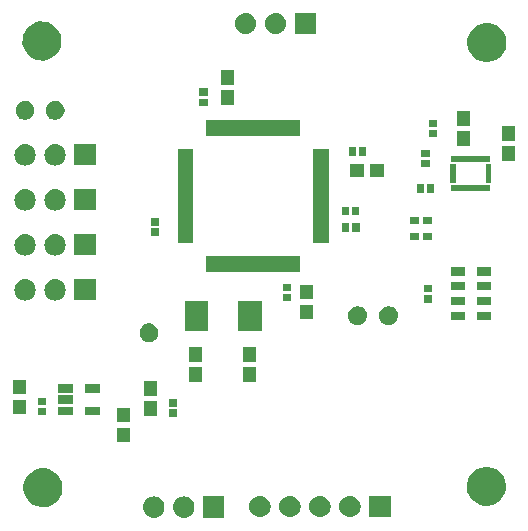
<source format=gts>
G04 #@! TF.FileFunction,Soldermask,Top*
%FSLAX46Y46*%
G04 Gerber Fmt 4.6, Leading zero omitted, Abs format (unit mm)*
G04 Created by KiCad (PCBNEW 4.0.7) date 12/16/19 01:30:10*
%MOMM*%
%LPD*%
G01*
G04 APERTURE LIST*
%ADD10C,0.100000*%
G04 APERTURE END LIST*
D10*
G36*
X128586078Y-136483232D02*
X128586090Y-136483236D01*
X128586131Y-136483240D01*
X128754074Y-136535227D01*
X128908721Y-136618844D01*
X129044181Y-136730907D01*
X129155295Y-136867146D01*
X129237831Y-137022373D01*
X129288644Y-137190675D01*
X129305800Y-137365641D01*
X129305800Y-137374359D01*
X129305712Y-137386936D01*
X129286115Y-137561646D01*
X129232957Y-137729222D01*
X129148262Y-137883281D01*
X129035257Y-138017956D01*
X128898245Y-138128116D01*
X128742446Y-138209566D01*
X128573793Y-138259203D01*
X128573764Y-138259206D01*
X128573749Y-138259210D01*
X128398712Y-138275139D01*
X128223922Y-138256768D01*
X128223910Y-138256764D01*
X128223869Y-138256760D01*
X128055926Y-138204773D01*
X127901279Y-138121156D01*
X127765819Y-138009093D01*
X127654705Y-137872854D01*
X127572169Y-137717627D01*
X127521356Y-137549325D01*
X127504200Y-137374359D01*
X127504200Y-137365641D01*
X127504288Y-137353064D01*
X127523885Y-137178354D01*
X127577043Y-137010778D01*
X127661738Y-136856719D01*
X127774743Y-136722044D01*
X127911755Y-136611884D01*
X128067554Y-136530434D01*
X128236207Y-136480797D01*
X128236236Y-136480794D01*
X128236251Y-136480790D01*
X128411288Y-136464861D01*
X128586078Y-136483232D01*
X128586078Y-136483232D01*
G37*
G36*
X131126078Y-136483232D02*
X131126090Y-136483236D01*
X131126131Y-136483240D01*
X131294074Y-136535227D01*
X131448721Y-136618844D01*
X131584181Y-136730907D01*
X131695295Y-136867146D01*
X131777831Y-137022373D01*
X131828644Y-137190675D01*
X131845800Y-137365641D01*
X131845800Y-137374359D01*
X131845712Y-137386936D01*
X131826115Y-137561646D01*
X131772957Y-137729222D01*
X131688262Y-137883281D01*
X131575257Y-138017956D01*
X131438245Y-138128116D01*
X131282446Y-138209566D01*
X131113793Y-138259203D01*
X131113764Y-138259206D01*
X131113749Y-138259210D01*
X130938712Y-138275139D01*
X130763922Y-138256768D01*
X130763910Y-138256764D01*
X130763869Y-138256760D01*
X130595926Y-138204773D01*
X130441279Y-138121156D01*
X130305819Y-138009093D01*
X130194705Y-137872854D01*
X130112169Y-137717627D01*
X130061356Y-137549325D01*
X130044200Y-137374359D01*
X130044200Y-137365641D01*
X130044288Y-137353064D01*
X130063885Y-137178354D01*
X130117043Y-137010778D01*
X130201738Y-136856719D01*
X130314743Y-136722044D01*
X130451755Y-136611884D01*
X130607554Y-136530434D01*
X130776207Y-136480797D01*
X130776236Y-136480794D01*
X130776251Y-136480790D01*
X130951288Y-136464861D01*
X131126078Y-136483232D01*
X131126078Y-136483232D01*
G37*
G36*
X134385800Y-138270800D02*
X132584200Y-138270800D01*
X132584200Y-136469200D01*
X134385800Y-136469200D01*
X134385800Y-138270800D01*
X134385800Y-138270800D01*
G37*
G36*
X137571078Y-136438232D02*
X137571090Y-136438236D01*
X137571131Y-136438240D01*
X137739074Y-136490227D01*
X137893721Y-136573844D01*
X138029181Y-136685907D01*
X138140295Y-136822146D01*
X138222831Y-136977373D01*
X138273644Y-137145675D01*
X138290800Y-137320641D01*
X138290800Y-137329359D01*
X138290712Y-137341936D01*
X138271115Y-137516646D01*
X138217957Y-137684222D01*
X138133262Y-137838281D01*
X138020257Y-137972956D01*
X137883245Y-138083116D01*
X137727446Y-138164566D01*
X137558793Y-138214203D01*
X137558764Y-138214206D01*
X137558749Y-138214210D01*
X137383712Y-138230139D01*
X137208922Y-138211768D01*
X137208910Y-138211764D01*
X137208869Y-138211760D01*
X137040926Y-138159773D01*
X136886279Y-138076156D01*
X136750819Y-137964093D01*
X136639705Y-137827854D01*
X136557169Y-137672627D01*
X136506356Y-137504325D01*
X136489200Y-137329359D01*
X136489200Y-137320641D01*
X136489288Y-137308064D01*
X136508885Y-137133354D01*
X136562043Y-136965778D01*
X136646738Y-136811719D01*
X136759743Y-136677044D01*
X136896755Y-136566884D01*
X137052554Y-136485434D01*
X137221207Y-136435797D01*
X137221236Y-136435794D01*
X137221251Y-136435790D01*
X137396288Y-136419861D01*
X137571078Y-136438232D01*
X137571078Y-136438232D01*
G37*
G36*
X145191078Y-136438232D02*
X145191090Y-136438236D01*
X145191131Y-136438240D01*
X145359074Y-136490227D01*
X145513721Y-136573844D01*
X145649181Y-136685907D01*
X145760295Y-136822146D01*
X145842831Y-136977373D01*
X145893644Y-137145675D01*
X145910800Y-137320641D01*
X145910800Y-137329359D01*
X145910712Y-137341936D01*
X145891115Y-137516646D01*
X145837957Y-137684222D01*
X145753262Y-137838281D01*
X145640257Y-137972956D01*
X145503245Y-138083116D01*
X145347446Y-138164566D01*
X145178793Y-138214203D01*
X145178764Y-138214206D01*
X145178749Y-138214210D01*
X145003712Y-138230139D01*
X144828922Y-138211768D01*
X144828910Y-138211764D01*
X144828869Y-138211760D01*
X144660926Y-138159773D01*
X144506279Y-138076156D01*
X144370819Y-137964093D01*
X144259705Y-137827854D01*
X144177169Y-137672627D01*
X144126356Y-137504325D01*
X144109200Y-137329359D01*
X144109200Y-137320641D01*
X144109288Y-137308064D01*
X144128885Y-137133354D01*
X144182043Y-136965778D01*
X144266738Y-136811719D01*
X144379743Y-136677044D01*
X144516755Y-136566884D01*
X144672554Y-136485434D01*
X144841207Y-136435797D01*
X144841236Y-136435794D01*
X144841251Y-136435790D01*
X145016288Y-136419861D01*
X145191078Y-136438232D01*
X145191078Y-136438232D01*
G37*
G36*
X140111078Y-136438232D02*
X140111090Y-136438236D01*
X140111131Y-136438240D01*
X140279074Y-136490227D01*
X140433721Y-136573844D01*
X140569181Y-136685907D01*
X140680295Y-136822146D01*
X140762831Y-136977373D01*
X140813644Y-137145675D01*
X140830800Y-137320641D01*
X140830800Y-137329359D01*
X140830712Y-137341936D01*
X140811115Y-137516646D01*
X140757957Y-137684222D01*
X140673262Y-137838281D01*
X140560257Y-137972956D01*
X140423245Y-138083116D01*
X140267446Y-138164566D01*
X140098793Y-138214203D01*
X140098764Y-138214206D01*
X140098749Y-138214210D01*
X139923712Y-138230139D01*
X139748922Y-138211768D01*
X139748910Y-138211764D01*
X139748869Y-138211760D01*
X139580926Y-138159773D01*
X139426279Y-138076156D01*
X139290819Y-137964093D01*
X139179705Y-137827854D01*
X139097169Y-137672627D01*
X139046356Y-137504325D01*
X139029200Y-137329359D01*
X139029200Y-137320641D01*
X139029288Y-137308064D01*
X139048885Y-137133354D01*
X139102043Y-136965778D01*
X139186738Y-136811719D01*
X139299743Y-136677044D01*
X139436755Y-136566884D01*
X139592554Y-136485434D01*
X139761207Y-136435797D01*
X139761236Y-136435794D01*
X139761251Y-136435790D01*
X139936288Y-136419861D01*
X140111078Y-136438232D01*
X140111078Y-136438232D01*
G37*
G36*
X142651078Y-136438232D02*
X142651090Y-136438236D01*
X142651131Y-136438240D01*
X142819074Y-136490227D01*
X142973721Y-136573844D01*
X143109181Y-136685907D01*
X143220295Y-136822146D01*
X143302831Y-136977373D01*
X143353644Y-137145675D01*
X143370800Y-137320641D01*
X143370800Y-137329359D01*
X143370712Y-137341936D01*
X143351115Y-137516646D01*
X143297957Y-137684222D01*
X143213262Y-137838281D01*
X143100257Y-137972956D01*
X142963245Y-138083116D01*
X142807446Y-138164566D01*
X142638793Y-138214203D01*
X142638764Y-138214206D01*
X142638749Y-138214210D01*
X142463712Y-138230139D01*
X142288922Y-138211768D01*
X142288910Y-138211764D01*
X142288869Y-138211760D01*
X142120926Y-138159773D01*
X141966279Y-138076156D01*
X141830819Y-137964093D01*
X141719705Y-137827854D01*
X141637169Y-137672627D01*
X141586356Y-137504325D01*
X141569200Y-137329359D01*
X141569200Y-137320641D01*
X141569288Y-137308064D01*
X141588885Y-137133354D01*
X141642043Y-136965778D01*
X141726738Y-136811719D01*
X141839743Y-136677044D01*
X141976755Y-136566884D01*
X142132554Y-136485434D01*
X142301207Y-136435797D01*
X142301236Y-136435794D01*
X142301251Y-136435790D01*
X142476288Y-136419861D01*
X142651078Y-136438232D01*
X142651078Y-136438232D01*
G37*
G36*
X148450800Y-138225800D02*
X146649200Y-138225800D01*
X146649200Y-136424200D01*
X148450800Y-136424200D01*
X148450800Y-138225800D01*
X148450800Y-138225800D01*
G37*
G36*
X119193390Y-134090297D02*
X119510518Y-134155394D01*
X119808963Y-134280849D01*
X120077352Y-134461880D01*
X120305471Y-134691598D01*
X120484622Y-134961241D01*
X120607992Y-135260560D01*
X120670804Y-135577781D01*
X120670804Y-135577792D01*
X120670871Y-135578131D01*
X120665708Y-135947901D01*
X120665631Y-135948239D01*
X120665631Y-135948249D01*
X120593986Y-136263595D01*
X120462310Y-136559344D01*
X120275696Y-136823886D01*
X120041252Y-137047145D01*
X119767909Y-137220614D01*
X119466084Y-137337683D01*
X119147261Y-137393901D01*
X118823593Y-137387121D01*
X118507405Y-137317603D01*
X118210743Y-137187994D01*
X117944905Y-137003232D01*
X117720018Y-136770354D01*
X117544645Y-136498230D01*
X117425468Y-136197222D01*
X117367028Y-135878806D01*
X117371548Y-135555095D01*
X117438857Y-135238432D01*
X117566391Y-134940873D01*
X117749293Y-134673751D01*
X117980595Y-134447243D01*
X118251490Y-134269975D01*
X118551654Y-134148700D01*
X118869661Y-134088038D01*
X119193390Y-134090297D01*
X119193390Y-134090297D01*
G37*
G36*
X156733390Y-133970297D02*
X157050518Y-134035394D01*
X157348963Y-134160849D01*
X157617352Y-134341880D01*
X157845471Y-134571598D01*
X158024622Y-134841241D01*
X158147992Y-135140560D01*
X158210804Y-135457781D01*
X158210804Y-135457792D01*
X158210871Y-135458131D01*
X158205708Y-135827901D01*
X158205631Y-135828239D01*
X158205631Y-135828249D01*
X158133986Y-136143595D01*
X158002310Y-136439344D01*
X157815696Y-136703886D01*
X157581252Y-136927145D01*
X157307909Y-137100614D01*
X157006084Y-137217683D01*
X156687261Y-137273901D01*
X156363593Y-137267121D01*
X156047405Y-137197603D01*
X155750743Y-137067994D01*
X155484905Y-136883232D01*
X155260018Y-136650354D01*
X155084645Y-136378230D01*
X154965468Y-136077222D01*
X154907028Y-135758806D01*
X154911548Y-135435095D01*
X154978857Y-135118432D01*
X155106391Y-134820873D01*
X155289293Y-134553751D01*
X155520595Y-134327243D01*
X155791490Y-134149975D01*
X156091654Y-134028700D01*
X156409661Y-133968038D01*
X156733390Y-133970297D01*
X156733390Y-133970297D01*
G37*
G36*
X126375800Y-131900800D02*
X125274200Y-131900800D01*
X125274200Y-130699200D01*
X126375800Y-130699200D01*
X126375800Y-131900800D01*
X126375800Y-131900800D01*
G37*
G36*
X126375800Y-130200800D02*
X125274200Y-130200800D01*
X125274200Y-128999200D01*
X126375800Y-128999200D01*
X126375800Y-130200800D01*
X126375800Y-130200800D01*
G37*
G36*
X130375800Y-129750800D02*
X129674200Y-129750800D01*
X129674200Y-129109200D01*
X130375800Y-129109200D01*
X130375800Y-129750800D01*
X130375800Y-129750800D01*
G37*
G36*
X128700800Y-129625800D02*
X127599200Y-129625800D01*
X127599200Y-128424200D01*
X128700800Y-128424200D01*
X128700800Y-129625800D01*
X128700800Y-129625800D01*
G37*
G36*
X119275800Y-129600800D02*
X118574200Y-129600800D01*
X118574200Y-128959200D01*
X119275800Y-128959200D01*
X119275800Y-129600800D01*
X119275800Y-129600800D01*
G37*
G36*
X121575800Y-129575800D02*
X120274200Y-129575800D01*
X120274200Y-128874200D01*
X121575800Y-128874200D01*
X121575800Y-129575800D01*
X121575800Y-129575800D01*
G37*
G36*
X123875800Y-129575800D02*
X122574200Y-129575800D01*
X122574200Y-128874200D01*
X123875800Y-128874200D01*
X123875800Y-129575800D01*
X123875800Y-129575800D01*
G37*
G36*
X117600800Y-129525800D02*
X116499200Y-129525800D01*
X116499200Y-128324200D01*
X117600800Y-128324200D01*
X117600800Y-129525800D01*
X117600800Y-129525800D01*
G37*
G36*
X130375800Y-128890800D02*
X129674200Y-128890800D01*
X129674200Y-128249200D01*
X130375800Y-128249200D01*
X130375800Y-128890800D01*
X130375800Y-128890800D01*
G37*
G36*
X119275800Y-128740800D02*
X118574200Y-128740800D01*
X118574200Y-128099200D01*
X119275800Y-128099200D01*
X119275800Y-128740800D01*
X119275800Y-128740800D01*
G37*
G36*
X121575800Y-128625800D02*
X120274200Y-128625800D01*
X120274200Y-127924200D01*
X121575800Y-127924200D01*
X121575800Y-128625800D01*
X121575800Y-128625800D01*
G37*
G36*
X128700800Y-127925800D02*
X127599200Y-127925800D01*
X127599200Y-126724200D01*
X128700800Y-126724200D01*
X128700800Y-127925800D01*
X128700800Y-127925800D01*
G37*
G36*
X117600800Y-127825800D02*
X116499200Y-127825800D01*
X116499200Y-126624200D01*
X117600800Y-126624200D01*
X117600800Y-127825800D01*
X117600800Y-127825800D01*
G37*
G36*
X123875800Y-127675800D02*
X122574200Y-127675800D01*
X122574200Y-126974200D01*
X123875800Y-126974200D01*
X123875800Y-127675800D01*
X123875800Y-127675800D01*
G37*
G36*
X121575800Y-127675800D02*
X120274200Y-127675800D01*
X120274200Y-126974200D01*
X121575800Y-126974200D01*
X121575800Y-127675800D01*
X121575800Y-127675800D01*
G37*
G36*
X132500800Y-126750800D02*
X131399200Y-126750800D01*
X131399200Y-125549200D01*
X132500800Y-125549200D01*
X132500800Y-126750800D01*
X132500800Y-126750800D01*
G37*
G36*
X137075800Y-126750800D02*
X135974200Y-126750800D01*
X135974200Y-125549200D01*
X137075800Y-125549200D01*
X137075800Y-126750800D01*
X137075800Y-126750800D01*
G37*
G36*
X132500800Y-125050800D02*
X131399200Y-125050800D01*
X131399200Y-123849200D01*
X132500800Y-123849200D01*
X132500800Y-125050800D01*
X132500800Y-125050800D01*
G37*
G36*
X137075800Y-125050800D02*
X135974200Y-125050800D01*
X135974200Y-123849200D01*
X137075800Y-123849200D01*
X137075800Y-125050800D01*
X137075800Y-125050800D01*
G37*
G36*
X128084110Y-121824731D02*
X128237953Y-121856311D01*
X128382725Y-121917167D01*
X128512920Y-122004985D01*
X128623578Y-122116419D01*
X128710487Y-122247227D01*
X128770333Y-122392426D01*
X128800767Y-122546128D01*
X128800767Y-122546133D01*
X128800835Y-122546477D01*
X128798330Y-122725853D01*
X128798253Y-122726191D01*
X128798253Y-122726200D01*
X128763539Y-122878995D01*
X128699663Y-123022462D01*
X128609137Y-123150791D01*
X128495408Y-123259094D01*
X128362808Y-123343245D01*
X128216396Y-123400034D01*
X128061734Y-123427305D01*
X127904723Y-123424017D01*
X127751340Y-123390293D01*
X127607431Y-123327420D01*
X127478473Y-123237792D01*
X127369381Y-123124824D01*
X127284307Y-122992816D01*
X127226494Y-122846796D01*
X127198145Y-122692336D01*
X127200338Y-122535302D01*
X127232990Y-122381690D01*
X127294856Y-122237345D01*
X127383581Y-122107764D01*
X127495785Y-121997885D01*
X127627197Y-121911893D01*
X127772806Y-121853063D01*
X127927072Y-121823636D01*
X128084110Y-121824731D01*
X128084110Y-121824731D01*
G37*
G36*
X137525800Y-122445800D02*
X135524200Y-122445800D01*
X135524200Y-119944200D01*
X137525800Y-119944200D01*
X137525800Y-122445800D01*
X137525800Y-122445800D01*
G37*
G36*
X133025800Y-122445800D02*
X131024200Y-122445800D01*
X131024200Y-119944200D01*
X133025800Y-119944200D01*
X133025800Y-122445800D01*
X133025800Y-122445800D01*
G37*
G36*
X145734110Y-120374731D02*
X145887953Y-120406311D01*
X146032725Y-120467167D01*
X146162920Y-120554985D01*
X146273578Y-120666419D01*
X146360487Y-120797227D01*
X146420333Y-120942426D01*
X146450767Y-121096128D01*
X146450767Y-121096133D01*
X146450835Y-121096477D01*
X146448330Y-121275853D01*
X146448253Y-121276191D01*
X146448253Y-121276200D01*
X146413539Y-121428995D01*
X146349663Y-121572462D01*
X146259137Y-121700791D01*
X146145408Y-121809094D01*
X146012808Y-121893245D01*
X145866396Y-121950034D01*
X145711734Y-121977305D01*
X145554723Y-121974017D01*
X145401340Y-121940293D01*
X145257431Y-121877420D01*
X145128473Y-121787792D01*
X145019381Y-121674824D01*
X144934307Y-121542816D01*
X144876494Y-121396796D01*
X144848145Y-121242336D01*
X144850338Y-121085302D01*
X144882990Y-120931690D01*
X144944856Y-120787345D01*
X145033581Y-120657764D01*
X145145785Y-120547885D01*
X145277197Y-120461893D01*
X145422806Y-120403063D01*
X145577072Y-120373636D01*
X145734110Y-120374731D01*
X145734110Y-120374731D01*
G37*
G36*
X148359110Y-120374731D02*
X148512953Y-120406311D01*
X148657725Y-120467167D01*
X148787920Y-120554985D01*
X148898578Y-120666419D01*
X148985487Y-120797227D01*
X149045333Y-120942426D01*
X149075767Y-121096128D01*
X149075767Y-121096133D01*
X149075835Y-121096477D01*
X149073330Y-121275853D01*
X149073253Y-121276191D01*
X149073253Y-121276200D01*
X149038539Y-121428995D01*
X148974663Y-121572462D01*
X148884137Y-121700791D01*
X148770408Y-121809094D01*
X148637808Y-121893245D01*
X148491396Y-121950034D01*
X148336734Y-121977305D01*
X148179723Y-121974017D01*
X148026340Y-121940293D01*
X147882431Y-121877420D01*
X147753473Y-121787792D01*
X147644381Y-121674824D01*
X147559307Y-121542816D01*
X147501494Y-121396796D01*
X147473145Y-121242336D01*
X147475338Y-121085302D01*
X147507990Y-120931690D01*
X147569856Y-120787345D01*
X147658581Y-120657764D01*
X147770785Y-120547885D01*
X147902197Y-120461893D01*
X148047806Y-120403063D01*
X148202072Y-120373636D01*
X148359110Y-120374731D01*
X148359110Y-120374731D01*
G37*
G36*
X156930800Y-121515800D02*
X155729200Y-121515800D01*
X155729200Y-120814200D01*
X156930800Y-120814200D01*
X156930800Y-121515800D01*
X156930800Y-121515800D01*
G37*
G36*
X154730800Y-121515800D02*
X153529200Y-121515800D01*
X153529200Y-120814200D01*
X154730800Y-120814200D01*
X154730800Y-121515800D01*
X154730800Y-121515800D01*
G37*
G36*
X141900800Y-121475800D02*
X140799200Y-121475800D01*
X140799200Y-120274200D01*
X141900800Y-120274200D01*
X141900800Y-121475800D01*
X141900800Y-121475800D01*
G37*
G36*
X156930800Y-120265800D02*
X155729200Y-120265800D01*
X155729200Y-119564200D01*
X156930800Y-119564200D01*
X156930800Y-120265800D01*
X156930800Y-120265800D01*
G37*
G36*
X154730800Y-120265800D02*
X153529200Y-120265800D01*
X153529200Y-119564200D01*
X154730800Y-119564200D01*
X154730800Y-120265800D01*
X154730800Y-120265800D01*
G37*
G36*
X152000800Y-120050800D02*
X151299200Y-120050800D01*
X151299200Y-119409200D01*
X152000800Y-119409200D01*
X152000800Y-120050800D01*
X152000800Y-120050800D01*
G37*
G36*
X140025800Y-119950800D02*
X139324200Y-119950800D01*
X139324200Y-119309200D01*
X140025800Y-119309200D01*
X140025800Y-119950800D01*
X140025800Y-119950800D01*
G37*
G36*
X117686078Y-118093232D02*
X117686090Y-118093236D01*
X117686131Y-118093240D01*
X117854074Y-118145227D01*
X118008721Y-118228844D01*
X118144181Y-118340907D01*
X118255295Y-118477146D01*
X118337831Y-118632373D01*
X118388644Y-118800675D01*
X118405800Y-118975641D01*
X118405800Y-118984359D01*
X118405712Y-118996936D01*
X118386115Y-119171646D01*
X118332957Y-119339222D01*
X118248262Y-119493281D01*
X118135257Y-119627956D01*
X117998245Y-119738116D01*
X117842446Y-119819566D01*
X117673793Y-119869203D01*
X117673764Y-119869206D01*
X117673749Y-119869210D01*
X117498712Y-119885139D01*
X117323922Y-119866768D01*
X117323910Y-119866764D01*
X117323869Y-119866760D01*
X117155926Y-119814773D01*
X117001279Y-119731156D01*
X116865819Y-119619093D01*
X116754705Y-119482854D01*
X116672169Y-119327627D01*
X116621356Y-119159325D01*
X116604200Y-118984359D01*
X116604200Y-118975641D01*
X116604288Y-118963064D01*
X116623885Y-118788354D01*
X116677043Y-118620778D01*
X116761738Y-118466719D01*
X116874743Y-118332044D01*
X117011755Y-118221884D01*
X117167554Y-118140434D01*
X117336207Y-118090797D01*
X117336236Y-118090794D01*
X117336251Y-118090790D01*
X117511288Y-118074861D01*
X117686078Y-118093232D01*
X117686078Y-118093232D01*
G37*
G36*
X120226078Y-118093232D02*
X120226090Y-118093236D01*
X120226131Y-118093240D01*
X120394074Y-118145227D01*
X120548721Y-118228844D01*
X120684181Y-118340907D01*
X120795295Y-118477146D01*
X120877831Y-118632373D01*
X120928644Y-118800675D01*
X120945800Y-118975641D01*
X120945800Y-118984359D01*
X120945712Y-118996936D01*
X120926115Y-119171646D01*
X120872957Y-119339222D01*
X120788262Y-119493281D01*
X120675257Y-119627956D01*
X120538245Y-119738116D01*
X120382446Y-119819566D01*
X120213793Y-119869203D01*
X120213764Y-119869206D01*
X120213749Y-119869210D01*
X120038712Y-119885139D01*
X119863922Y-119866768D01*
X119863910Y-119866764D01*
X119863869Y-119866760D01*
X119695926Y-119814773D01*
X119541279Y-119731156D01*
X119405819Y-119619093D01*
X119294705Y-119482854D01*
X119212169Y-119327627D01*
X119161356Y-119159325D01*
X119144200Y-118984359D01*
X119144200Y-118975641D01*
X119144288Y-118963064D01*
X119163885Y-118788354D01*
X119217043Y-118620778D01*
X119301738Y-118466719D01*
X119414743Y-118332044D01*
X119551755Y-118221884D01*
X119707554Y-118140434D01*
X119876207Y-118090797D01*
X119876236Y-118090794D01*
X119876251Y-118090790D01*
X120051288Y-118074861D01*
X120226078Y-118093232D01*
X120226078Y-118093232D01*
G37*
G36*
X123485800Y-119880800D02*
X121684200Y-119880800D01*
X121684200Y-118079200D01*
X123485800Y-118079200D01*
X123485800Y-119880800D01*
X123485800Y-119880800D01*
G37*
G36*
X141900800Y-119775800D02*
X140799200Y-119775800D01*
X140799200Y-118574200D01*
X141900800Y-118574200D01*
X141900800Y-119775800D01*
X141900800Y-119775800D01*
G37*
G36*
X152000800Y-119190800D02*
X151299200Y-119190800D01*
X151299200Y-118549200D01*
X152000800Y-118549200D01*
X152000800Y-119190800D01*
X152000800Y-119190800D01*
G37*
G36*
X140025800Y-119090800D02*
X139324200Y-119090800D01*
X139324200Y-118449200D01*
X140025800Y-118449200D01*
X140025800Y-119090800D01*
X140025800Y-119090800D01*
G37*
G36*
X154730800Y-119015800D02*
X153529200Y-119015800D01*
X153529200Y-118314200D01*
X154730800Y-118314200D01*
X154730800Y-119015800D01*
X154730800Y-119015800D01*
G37*
G36*
X156930800Y-119015800D02*
X155729200Y-119015800D01*
X155729200Y-118314200D01*
X156930800Y-118314200D01*
X156930800Y-119015800D01*
X156930800Y-119015800D01*
G37*
G36*
X156930800Y-117765800D02*
X155729200Y-117765800D01*
X155729200Y-117064200D01*
X156930800Y-117064200D01*
X156930800Y-117765800D01*
X156930800Y-117765800D01*
G37*
G36*
X154730800Y-117765800D02*
X153529200Y-117765800D01*
X153529200Y-117064200D01*
X154730800Y-117064200D01*
X154730800Y-117765800D01*
X154730800Y-117765800D01*
G37*
G36*
X140765800Y-117435800D02*
X132864200Y-117435800D01*
X132864200Y-116134200D01*
X140765800Y-116134200D01*
X140765800Y-117435800D01*
X140765800Y-117435800D01*
G37*
G36*
X117686078Y-114283232D02*
X117686090Y-114283236D01*
X117686131Y-114283240D01*
X117854074Y-114335227D01*
X118008721Y-114418844D01*
X118144181Y-114530907D01*
X118255295Y-114667146D01*
X118337831Y-114822373D01*
X118388644Y-114990675D01*
X118405800Y-115165641D01*
X118405800Y-115174359D01*
X118405712Y-115186936D01*
X118386115Y-115361646D01*
X118332957Y-115529222D01*
X118248262Y-115683281D01*
X118135257Y-115817956D01*
X117998245Y-115928116D01*
X117842446Y-116009566D01*
X117673793Y-116059203D01*
X117673764Y-116059206D01*
X117673749Y-116059210D01*
X117498712Y-116075139D01*
X117323922Y-116056768D01*
X117323910Y-116056764D01*
X117323869Y-116056760D01*
X117155926Y-116004773D01*
X117001279Y-115921156D01*
X116865819Y-115809093D01*
X116754705Y-115672854D01*
X116672169Y-115517627D01*
X116621356Y-115349325D01*
X116604200Y-115174359D01*
X116604200Y-115165641D01*
X116604288Y-115153064D01*
X116623885Y-114978354D01*
X116677043Y-114810778D01*
X116761738Y-114656719D01*
X116874743Y-114522044D01*
X117011755Y-114411884D01*
X117167554Y-114330434D01*
X117336207Y-114280797D01*
X117336236Y-114280794D01*
X117336251Y-114280790D01*
X117511288Y-114264861D01*
X117686078Y-114283232D01*
X117686078Y-114283232D01*
G37*
G36*
X120226078Y-114283232D02*
X120226090Y-114283236D01*
X120226131Y-114283240D01*
X120394074Y-114335227D01*
X120548721Y-114418844D01*
X120684181Y-114530907D01*
X120795295Y-114667146D01*
X120877831Y-114822373D01*
X120928644Y-114990675D01*
X120945800Y-115165641D01*
X120945800Y-115174359D01*
X120945712Y-115186936D01*
X120926115Y-115361646D01*
X120872957Y-115529222D01*
X120788262Y-115683281D01*
X120675257Y-115817956D01*
X120538245Y-115928116D01*
X120382446Y-116009566D01*
X120213793Y-116059203D01*
X120213764Y-116059206D01*
X120213749Y-116059210D01*
X120038712Y-116075139D01*
X119863922Y-116056768D01*
X119863910Y-116056764D01*
X119863869Y-116056760D01*
X119695926Y-116004773D01*
X119541279Y-115921156D01*
X119405819Y-115809093D01*
X119294705Y-115672854D01*
X119212169Y-115517627D01*
X119161356Y-115349325D01*
X119144200Y-115174359D01*
X119144200Y-115165641D01*
X119144288Y-115153064D01*
X119163885Y-114978354D01*
X119217043Y-114810778D01*
X119301738Y-114656719D01*
X119414743Y-114522044D01*
X119551755Y-114411884D01*
X119707554Y-114330434D01*
X119876207Y-114280797D01*
X119876236Y-114280794D01*
X119876251Y-114280790D01*
X120051288Y-114264861D01*
X120226078Y-114283232D01*
X120226078Y-114283232D01*
G37*
G36*
X123485800Y-116070800D02*
X121684200Y-116070800D01*
X121684200Y-114269200D01*
X123485800Y-114269200D01*
X123485800Y-116070800D01*
X123485800Y-116070800D01*
G37*
G36*
X131715800Y-114985800D02*
X130414200Y-114985800D01*
X130414200Y-107084200D01*
X131715800Y-107084200D01*
X131715800Y-114985800D01*
X131715800Y-114985800D01*
G37*
G36*
X143215800Y-114985800D02*
X141914200Y-114985800D01*
X141914200Y-107084200D01*
X143215800Y-107084200D01*
X143215800Y-114985800D01*
X143215800Y-114985800D01*
G37*
G36*
X150822200Y-114754800D02*
X150060200Y-114754800D01*
X150060200Y-114145200D01*
X150822200Y-114145200D01*
X150822200Y-114754800D01*
X150822200Y-114754800D01*
G37*
G36*
X151939800Y-114754800D02*
X151177800Y-114754800D01*
X151177800Y-114145200D01*
X151939800Y-114145200D01*
X151939800Y-114754800D01*
X151939800Y-114754800D01*
G37*
G36*
X128850800Y-114400800D02*
X128149200Y-114400800D01*
X128149200Y-113759200D01*
X128850800Y-113759200D01*
X128850800Y-114400800D01*
X128850800Y-114400800D01*
G37*
G36*
X145825800Y-114050800D02*
X145184200Y-114050800D01*
X145184200Y-113349200D01*
X145825800Y-113349200D01*
X145825800Y-114050800D01*
X145825800Y-114050800D01*
G37*
G36*
X144965800Y-114050800D02*
X144324200Y-114050800D01*
X144324200Y-113349200D01*
X144965800Y-113349200D01*
X144965800Y-114050800D01*
X144965800Y-114050800D01*
G37*
G36*
X128850800Y-113540800D02*
X128149200Y-113540800D01*
X128149200Y-112899200D01*
X128850800Y-112899200D01*
X128850800Y-113540800D01*
X128850800Y-113540800D01*
G37*
G36*
X150847200Y-113404800D02*
X150085200Y-113404800D01*
X150085200Y-112795200D01*
X150847200Y-112795200D01*
X150847200Y-113404800D01*
X150847200Y-113404800D01*
G37*
G36*
X151964800Y-113404800D02*
X151202800Y-113404800D01*
X151202800Y-112795200D01*
X151964800Y-112795200D01*
X151964800Y-113404800D01*
X151964800Y-113404800D01*
G37*
G36*
X145820800Y-112655800D02*
X145179200Y-112655800D01*
X145179200Y-111954200D01*
X145820800Y-111954200D01*
X145820800Y-112655800D01*
X145820800Y-112655800D01*
G37*
G36*
X144960800Y-112655800D02*
X144319200Y-112655800D01*
X144319200Y-111954200D01*
X144960800Y-111954200D01*
X144960800Y-112655800D01*
X144960800Y-112655800D01*
G37*
G36*
X117686078Y-110473232D02*
X117686090Y-110473236D01*
X117686131Y-110473240D01*
X117854074Y-110525227D01*
X118008721Y-110608844D01*
X118144181Y-110720907D01*
X118255295Y-110857146D01*
X118337831Y-111012373D01*
X118388644Y-111180675D01*
X118405800Y-111355641D01*
X118405800Y-111364359D01*
X118405712Y-111376936D01*
X118386115Y-111551646D01*
X118332957Y-111719222D01*
X118248262Y-111873281D01*
X118135257Y-112007956D01*
X117998245Y-112118116D01*
X117842446Y-112199566D01*
X117673793Y-112249203D01*
X117673764Y-112249206D01*
X117673749Y-112249210D01*
X117498712Y-112265139D01*
X117323922Y-112246768D01*
X117323910Y-112246764D01*
X117323869Y-112246760D01*
X117155926Y-112194773D01*
X117001279Y-112111156D01*
X116865819Y-111999093D01*
X116754705Y-111862854D01*
X116672169Y-111707627D01*
X116621356Y-111539325D01*
X116604200Y-111364359D01*
X116604200Y-111355641D01*
X116604288Y-111343064D01*
X116623885Y-111168354D01*
X116677043Y-111000778D01*
X116761738Y-110846719D01*
X116874743Y-110712044D01*
X117011755Y-110601884D01*
X117167554Y-110520434D01*
X117336207Y-110470797D01*
X117336236Y-110470794D01*
X117336251Y-110470790D01*
X117511288Y-110454861D01*
X117686078Y-110473232D01*
X117686078Y-110473232D01*
G37*
G36*
X120226078Y-110473232D02*
X120226090Y-110473236D01*
X120226131Y-110473240D01*
X120394074Y-110525227D01*
X120548721Y-110608844D01*
X120684181Y-110720907D01*
X120795295Y-110857146D01*
X120877831Y-111012373D01*
X120928644Y-111180675D01*
X120945800Y-111355641D01*
X120945800Y-111364359D01*
X120945712Y-111376936D01*
X120926115Y-111551646D01*
X120872957Y-111719222D01*
X120788262Y-111873281D01*
X120675257Y-112007956D01*
X120538245Y-112118116D01*
X120382446Y-112199566D01*
X120213793Y-112249203D01*
X120213764Y-112249206D01*
X120213749Y-112249210D01*
X120038712Y-112265139D01*
X119863922Y-112246768D01*
X119863910Y-112246764D01*
X119863869Y-112246760D01*
X119695926Y-112194773D01*
X119541279Y-112111156D01*
X119405819Y-111999093D01*
X119294705Y-111862854D01*
X119212169Y-111707627D01*
X119161356Y-111539325D01*
X119144200Y-111364359D01*
X119144200Y-111355641D01*
X119144288Y-111343064D01*
X119163885Y-111168354D01*
X119217043Y-111000778D01*
X119301738Y-110846719D01*
X119414743Y-110712044D01*
X119551755Y-110601884D01*
X119707554Y-110520434D01*
X119876207Y-110470797D01*
X119876236Y-110470794D01*
X119876251Y-110470790D01*
X120051288Y-110454861D01*
X120226078Y-110473232D01*
X120226078Y-110473232D01*
G37*
G36*
X123485800Y-112260800D02*
X121684200Y-112260800D01*
X121684200Y-110459200D01*
X123485800Y-110459200D01*
X123485800Y-112260800D01*
X123485800Y-112260800D01*
G37*
G36*
X152170800Y-110750800D02*
X151529200Y-110750800D01*
X151529200Y-110049200D01*
X152170800Y-110049200D01*
X152170800Y-110750800D01*
X152170800Y-110750800D01*
G37*
G36*
X151310800Y-110750800D02*
X150669200Y-110750800D01*
X150669200Y-110049200D01*
X151310800Y-110049200D01*
X151310800Y-110750800D01*
X151310800Y-110750800D01*
G37*
G36*
X156900800Y-110580800D02*
X153559200Y-110580800D01*
X153559200Y-110129200D01*
X156900800Y-110129200D01*
X156900800Y-110580800D01*
X156900800Y-110580800D01*
G37*
G36*
X156960800Y-109940800D02*
X156509200Y-109940800D01*
X156509200Y-108319200D01*
X156960800Y-108319200D01*
X156960800Y-109940800D01*
X156960800Y-109940800D01*
G37*
G36*
X153950800Y-109940800D02*
X153499200Y-109940800D01*
X153499200Y-108319200D01*
X153950800Y-108319200D01*
X153950800Y-109940800D01*
X153950800Y-109940800D01*
G37*
G36*
X147900800Y-109425800D02*
X146699200Y-109425800D01*
X146699200Y-108324200D01*
X147900800Y-108324200D01*
X147900800Y-109425800D01*
X147900800Y-109425800D01*
G37*
G36*
X146200800Y-109425800D02*
X144999200Y-109425800D01*
X144999200Y-108324200D01*
X146200800Y-108324200D01*
X146200800Y-109425800D01*
X146200800Y-109425800D01*
G37*
G36*
X151770800Y-108610800D02*
X151069200Y-108610800D01*
X151069200Y-107969200D01*
X151770800Y-107969200D01*
X151770800Y-108610800D01*
X151770800Y-108610800D01*
G37*
G36*
X120226078Y-106663232D02*
X120226090Y-106663236D01*
X120226131Y-106663240D01*
X120394074Y-106715227D01*
X120548721Y-106798844D01*
X120684181Y-106910907D01*
X120795295Y-107047146D01*
X120877831Y-107202373D01*
X120928644Y-107370675D01*
X120945800Y-107545641D01*
X120945800Y-107554359D01*
X120945712Y-107566936D01*
X120926115Y-107741646D01*
X120872957Y-107909222D01*
X120788262Y-108063281D01*
X120675257Y-108197956D01*
X120538245Y-108308116D01*
X120382446Y-108389566D01*
X120213793Y-108439203D01*
X120213764Y-108439206D01*
X120213749Y-108439210D01*
X120038712Y-108455139D01*
X119863922Y-108436768D01*
X119863910Y-108436764D01*
X119863869Y-108436760D01*
X119695926Y-108384773D01*
X119541279Y-108301156D01*
X119405819Y-108189093D01*
X119294705Y-108052854D01*
X119212169Y-107897627D01*
X119161356Y-107729325D01*
X119144200Y-107554359D01*
X119144200Y-107545641D01*
X119144288Y-107533064D01*
X119163885Y-107358354D01*
X119217043Y-107190778D01*
X119301738Y-107036719D01*
X119414743Y-106902044D01*
X119551755Y-106791884D01*
X119707554Y-106710434D01*
X119876207Y-106660797D01*
X119876236Y-106660794D01*
X119876251Y-106660790D01*
X120051288Y-106644861D01*
X120226078Y-106663232D01*
X120226078Y-106663232D01*
G37*
G36*
X117686078Y-106663232D02*
X117686090Y-106663236D01*
X117686131Y-106663240D01*
X117854074Y-106715227D01*
X118008721Y-106798844D01*
X118144181Y-106910907D01*
X118255295Y-107047146D01*
X118337831Y-107202373D01*
X118388644Y-107370675D01*
X118405800Y-107545641D01*
X118405800Y-107554359D01*
X118405712Y-107566936D01*
X118386115Y-107741646D01*
X118332957Y-107909222D01*
X118248262Y-108063281D01*
X118135257Y-108197956D01*
X117998245Y-108308116D01*
X117842446Y-108389566D01*
X117673793Y-108439203D01*
X117673764Y-108439206D01*
X117673749Y-108439210D01*
X117498712Y-108455139D01*
X117323922Y-108436768D01*
X117323910Y-108436764D01*
X117323869Y-108436760D01*
X117155926Y-108384773D01*
X117001279Y-108301156D01*
X116865819Y-108189093D01*
X116754705Y-108052854D01*
X116672169Y-107897627D01*
X116621356Y-107729325D01*
X116604200Y-107554359D01*
X116604200Y-107545641D01*
X116604288Y-107533064D01*
X116623885Y-107358354D01*
X116677043Y-107190778D01*
X116761738Y-107036719D01*
X116874743Y-106902044D01*
X117011755Y-106791884D01*
X117167554Y-106710434D01*
X117336207Y-106660797D01*
X117336236Y-106660794D01*
X117336251Y-106660790D01*
X117511288Y-106644861D01*
X117686078Y-106663232D01*
X117686078Y-106663232D01*
G37*
G36*
X123485800Y-108450800D02*
X121684200Y-108450800D01*
X121684200Y-106649200D01*
X123485800Y-106649200D01*
X123485800Y-108450800D01*
X123485800Y-108450800D01*
G37*
G36*
X156900800Y-108130800D02*
X153559200Y-108130800D01*
X153559200Y-107679200D01*
X156900800Y-107679200D01*
X156900800Y-108130800D01*
X156900800Y-108130800D01*
G37*
G36*
X158955800Y-108040800D02*
X157854200Y-108040800D01*
X157854200Y-106839200D01*
X158955800Y-106839200D01*
X158955800Y-108040800D01*
X158955800Y-108040800D01*
G37*
G36*
X151770800Y-107750800D02*
X151069200Y-107750800D01*
X151069200Y-107109200D01*
X151770800Y-107109200D01*
X151770800Y-107750800D01*
X151770800Y-107750800D01*
G37*
G36*
X145540800Y-107625800D02*
X144899200Y-107625800D01*
X144899200Y-106924200D01*
X145540800Y-106924200D01*
X145540800Y-107625800D01*
X145540800Y-107625800D01*
G37*
G36*
X146400800Y-107625800D02*
X145759200Y-107625800D01*
X145759200Y-106924200D01*
X146400800Y-106924200D01*
X146400800Y-107625800D01*
X146400800Y-107625800D01*
G37*
G36*
X155145800Y-106770800D02*
X154044200Y-106770800D01*
X154044200Y-105569200D01*
X155145800Y-105569200D01*
X155145800Y-106770800D01*
X155145800Y-106770800D01*
G37*
G36*
X158955800Y-106340800D02*
X157854200Y-106340800D01*
X157854200Y-105139200D01*
X158955800Y-105139200D01*
X158955800Y-106340800D01*
X158955800Y-106340800D01*
G37*
G36*
X152405800Y-106070800D02*
X151704200Y-106070800D01*
X151704200Y-105429200D01*
X152405800Y-105429200D01*
X152405800Y-106070800D01*
X152405800Y-106070800D01*
G37*
G36*
X140765800Y-105935800D02*
X132864200Y-105935800D01*
X132864200Y-104634200D01*
X140765800Y-104634200D01*
X140765800Y-105935800D01*
X140765800Y-105935800D01*
G37*
G36*
X152405800Y-105210800D02*
X151704200Y-105210800D01*
X151704200Y-104569200D01*
X152405800Y-104569200D01*
X152405800Y-105210800D01*
X152405800Y-105210800D01*
G37*
G36*
X155145800Y-105070800D02*
X154044200Y-105070800D01*
X154044200Y-103869200D01*
X155145800Y-103869200D01*
X155145800Y-105070800D01*
X155145800Y-105070800D01*
G37*
G36*
X117584110Y-102974731D02*
X117737953Y-103006311D01*
X117882725Y-103067167D01*
X118012920Y-103154985D01*
X118123578Y-103266419D01*
X118210487Y-103397227D01*
X118270333Y-103542426D01*
X118300767Y-103696128D01*
X118300767Y-103696133D01*
X118300835Y-103696477D01*
X118298330Y-103875853D01*
X118298253Y-103876191D01*
X118298253Y-103876200D01*
X118263539Y-104028995D01*
X118199663Y-104172462D01*
X118109137Y-104300791D01*
X117995408Y-104409094D01*
X117862808Y-104493245D01*
X117716396Y-104550034D01*
X117561734Y-104577305D01*
X117404723Y-104574017D01*
X117251340Y-104540293D01*
X117107431Y-104477420D01*
X116978473Y-104387792D01*
X116869381Y-104274824D01*
X116784307Y-104142816D01*
X116726494Y-103996796D01*
X116698145Y-103842336D01*
X116700338Y-103685302D01*
X116732990Y-103531690D01*
X116794856Y-103387345D01*
X116883581Y-103257764D01*
X116995785Y-103147885D01*
X117127197Y-103061893D01*
X117272806Y-103003063D01*
X117427072Y-102973636D01*
X117584110Y-102974731D01*
X117584110Y-102974731D01*
G37*
G36*
X120134110Y-102974731D02*
X120287953Y-103006311D01*
X120432725Y-103067167D01*
X120562920Y-103154985D01*
X120673578Y-103266419D01*
X120760487Y-103397227D01*
X120820333Y-103542426D01*
X120850767Y-103696128D01*
X120850767Y-103696133D01*
X120850835Y-103696477D01*
X120848330Y-103875853D01*
X120848253Y-103876191D01*
X120848253Y-103876200D01*
X120813539Y-104028995D01*
X120749663Y-104172462D01*
X120659137Y-104300791D01*
X120545408Y-104409094D01*
X120412808Y-104493245D01*
X120266396Y-104550034D01*
X120111734Y-104577305D01*
X119954723Y-104574017D01*
X119801340Y-104540293D01*
X119657431Y-104477420D01*
X119528473Y-104387792D01*
X119419381Y-104274824D01*
X119334307Y-104142816D01*
X119276494Y-103996796D01*
X119248145Y-103842336D01*
X119250338Y-103685302D01*
X119282990Y-103531690D01*
X119344856Y-103387345D01*
X119433581Y-103257764D01*
X119545785Y-103147885D01*
X119677197Y-103061893D01*
X119822806Y-103003063D01*
X119977072Y-102973636D01*
X120134110Y-102974731D01*
X120134110Y-102974731D01*
G37*
G36*
X132975800Y-103425800D02*
X132274200Y-103425800D01*
X132274200Y-102784200D01*
X132975800Y-102784200D01*
X132975800Y-103425800D01*
X132975800Y-103425800D01*
G37*
G36*
X135200800Y-103300800D02*
X134099200Y-103300800D01*
X134099200Y-102099200D01*
X135200800Y-102099200D01*
X135200800Y-103300800D01*
X135200800Y-103300800D01*
G37*
G36*
X132975800Y-102565800D02*
X132274200Y-102565800D01*
X132274200Y-101924200D01*
X132975800Y-101924200D01*
X132975800Y-102565800D01*
X132975800Y-102565800D01*
G37*
G36*
X135200800Y-101600800D02*
X134099200Y-101600800D01*
X134099200Y-100399200D01*
X135200800Y-100399200D01*
X135200800Y-101600800D01*
X135200800Y-101600800D01*
G37*
G36*
X156783390Y-96390297D02*
X157100518Y-96455394D01*
X157398963Y-96580849D01*
X157667352Y-96761880D01*
X157895471Y-96991598D01*
X158074622Y-97261241D01*
X158197992Y-97560560D01*
X158260804Y-97877781D01*
X158260804Y-97877792D01*
X158260871Y-97878131D01*
X158255708Y-98247901D01*
X158255631Y-98248239D01*
X158255631Y-98248249D01*
X158183986Y-98563595D01*
X158052310Y-98859344D01*
X157865696Y-99123886D01*
X157631252Y-99347145D01*
X157357909Y-99520614D01*
X157056084Y-99637683D01*
X156737261Y-99693901D01*
X156413593Y-99687121D01*
X156097405Y-99617603D01*
X155800743Y-99487994D01*
X155534905Y-99303232D01*
X155310018Y-99070354D01*
X155134645Y-98798230D01*
X155015468Y-98497222D01*
X154957028Y-98178806D01*
X154961548Y-97855095D01*
X155028857Y-97538432D01*
X155156391Y-97240873D01*
X155339293Y-96973751D01*
X155570595Y-96747243D01*
X155841490Y-96569975D01*
X156141654Y-96448700D01*
X156459661Y-96388038D01*
X156783390Y-96390297D01*
X156783390Y-96390297D01*
G37*
G36*
X119113390Y-96260297D02*
X119430518Y-96325394D01*
X119728963Y-96450849D01*
X119997352Y-96631880D01*
X120225471Y-96861598D01*
X120404622Y-97131241D01*
X120527992Y-97430560D01*
X120590804Y-97747781D01*
X120590804Y-97747792D01*
X120590871Y-97748131D01*
X120585708Y-98117901D01*
X120585631Y-98118239D01*
X120585631Y-98118249D01*
X120513986Y-98433595D01*
X120382310Y-98729344D01*
X120195696Y-98993886D01*
X119961252Y-99217145D01*
X119687909Y-99390614D01*
X119386084Y-99507683D01*
X119067261Y-99563901D01*
X118743593Y-99557121D01*
X118427405Y-99487603D01*
X118130743Y-99357994D01*
X117864905Y-99173232D01*
X117640018Y-98940354D01*
X117464645Y-98668230D01*
X117345468Y-98367222D01*
X117287028Y-98048806D01*
X117291548Y-97725095D01*
X117358857Y-97408432D01*
X117486391Y-97110873D01*
X117669293Y-96843751D01*
X117900595Y-96617243D01*
X118171490Y-96439975D01*
X118471654Y-96318700D01*
X118789661Y-96258038D01*
X119113390Y-96260297D01*
X119113390Y-96260297D01*
G37*
G36*
X136361078Y-95543232D02*
X136361090Y-95543236D01*
X136361131Y-95543240D01*
X136529074Y-95595227D01*
X136683721Y-95678844D01*
X136819181Y-95790907D01*
X136930295Y-95927146D01*
X137012831Y-96082373D01*
X137063644Y-96250675D01*
X137080800Y-96425641D01*
X137080800Y-96434359D01*
X137080712Y-96446936D01*
X137061115Y-96621646D01*
X137007957Y-96789222D01*
X136923262Y-96943281D01*
X136810257Y-97077956D01*
X136673245Y-97188116D01*
X136517446Y-97269566D01*
X136348793Y-97319203D01*
X136348764Y-97319206D01*
X136348749Y-97319210D01*
X136173712Y-97335139D01*
X135998922Y-97316768D01*
X135998910Y-97316764D01*
X135998869Y-97316760D01*
X135830926Y-97264773D01*
X135676279Y-97181156D01*
X135540819Y-97069093D01*
X135429705Y-96932854D01*
X135347169Y-96777627D01*
X135296356Y-96609325D01*
X135279200Y-96434359D01*
X135279200Y-96425641D01*
X135279288Y-96413064D01*
X135298885Y-96238354D01*
X135352043Y-96070778D01*
X135436738Y-95916719D01*
X135549743Y-95782044D01*
X135686755Y-95671884D01*
X135842554Y-95590434D01*
X136011207Y-95540797D01*
X136011236Y-95540794D01*
X136011251Y-95540790D01*
X136186288Y-95524861D01*
X136361078Y-95543232D01*
X136361078Y-95543232D01*
G37*
G36*
X138901078Y-95543232D02*
X138901090Y-95543236D01*
X138901131Y-95543240D01*
X139069074Y-95595227D01*
X139223721Y-95678844D01*
X139359181Y-95790907D01*
X139470295Y-95927146D01*
X139552831Y-96082373D01*
X139603644Y-96250675D01*
X139620800Y-96425641D01*
X139620800Y-96434359D01*
X139620712Y-96446936D01*
X139601115Y-96621646D01*
X139547957Y-96789222D01*
X139463262Y-96943281D01*
X139350257Y-97077956D01*
X139213245Y-97188116D01*
X139057446Y-97269566D01*
X138888793Y-97319203D01*
X138888764Y-97319206D01*
X138888749Y-97319210D01*
X138713712Y-97335139D01*
X138538922Y-97316768D01*
X138538910Y-97316764D01*
X138538869Y-97316760D01*
X138370926Y-97264773D01*
X138216279Y-97181156D01*
X138080819Y-97069093D01*
X137969705Y-96932854D01*
X137887169Y-96777627D01*
X137836356Y-96609325D01*
X137819200Y-96434359D01*
X137819200Y-96425641D01*
X137819288Y-96413064D01*
X137838885Y-96238354D01*
X137892043Y-96070778D01*
X137976738Y-95916719D01*
X138089743Y-95782044D01*
X138226755Y-95671884D01*
X138382554Y-95590434D01*
X138551207Y-95540797D01*
X138551236Y-95540794D01*
X138551251Y-95540790D01*
X138726288Y-95524861D01*
X138901078Y-95543232D01*
X138901078Y-95543232D01*
G37*
G36*
X142160800Y-97330800D02*
X140359200Y-97330800D01*
X140359200Y-95529200D01*
X142160800Y-95529200D01*
X142160800Y-97330800D01*
X142160800Y-97330800D01*
G37*
M02*

</source>
